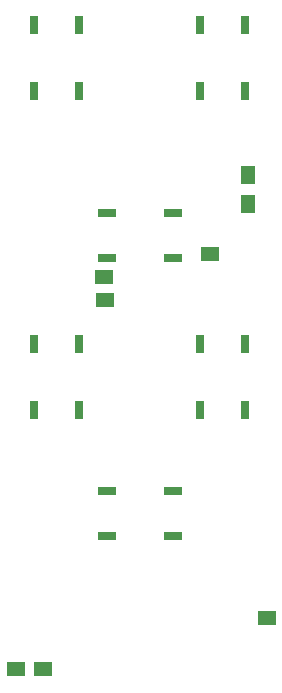
<source format=gtp>
G75*
%MOIN*%
%OFA0B0*%
%FSLAX25Y25*%
%IPPOS*%
%LPD*%
%AMOC8*
5,1,8,0,0,1.08239X$1,22.5*
%
%ADD10R,0.06000X0.05000*%
%ADD11R,0.03000X0.06000*%
%ADD12R,0.06000X0.03000*%
%ADD13R,0.05000X0.06000*%
D10*
X0018633Y0017036D03*
X0027574Y0017151D03*
X0102370Y0033918D03*
X0048368Y0139943D03*
X0048039Y0147561D03*
X0083233Y0155385D03*
D11*
X0080003Y0125289D03*
X0095003Y0125289D03*
X0095003Y0103289D03*
X0080003Y0103289D03*
X0039885Y0103289D03*
X0024885Y0103289D03*
X0024885Y0125289D03*
X0039885Y0125289D03*
X0039885Y0209588D03*
X0024885Y0209588D03*
X0024885Y0231588D03*
X0039885Y0231588D03*
X0080003Y0231588D03*
X0095003Y0231588D03*
X0095003Y0209588D03*
X0080003Y0209588D03*
D12*
X0070944Y0169033D03*
X0070944Y0154033D03*
X0048944Y0154033D03*
X0048944Y0169033D03*
X0048944Y0076513D03*
X0048944Y0061513D03*
X0070944Y0061513D03*
X0070944Y0076513D03*
D13*
X0096192Y0172048D03*
X0096120Y0181640D03*
M02*

</source>
